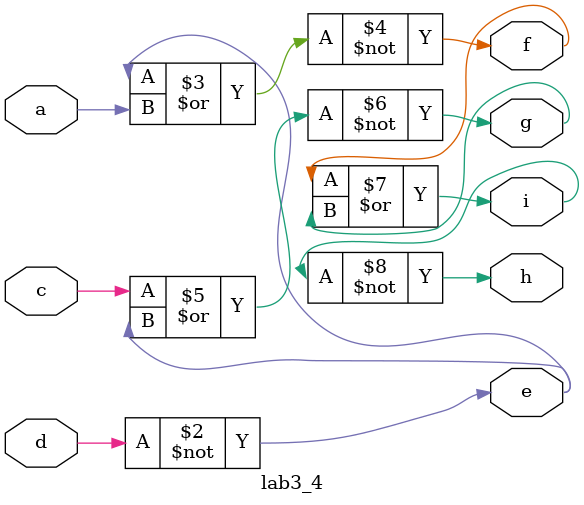
<source format=v>
module lab3_4(a,c,d,e,f,g,h,i);
input a,d,c;
output e,f,g,h,i;
nor(e,d,d);
nor(f,e,a);
nor(g,c,e);
nor(h,f,g);
nor(i,h,h);
endmodule

</source>
